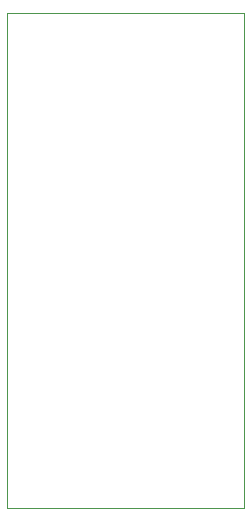
<source format=gbr>
G04 #@! TF.FileFunction,Profile,NP*
%FSLAX46Y46*%
G04 Gerber Fmt 4.6, Leading zero omitted, Abs format (unit mm)*
G04 Created by KiCad (PCBNEW 0.201508241000+6117~28~ubuntu14.04.1-product) date Sun 30 Aug 2015 03:15:56 PM PDT*
%MOMM*%
G01*
G04 APERTURE LIST*
%ADD10C,0.100000*%
G04 APERTURE END LIST*
D10*
X140716000Y-105918000D02*
X143256000Y-105918000D01*
X140716000Y-64008000D02*
X140716000Y-105918000D01*
X160782000Y-64008000D02*
X140716000Y-64008000D01*
X160782000Y-105918000D02*
X160782000Y-64008000D01*
X143256000Y-105918000D02*
X160782000Y-105918000D01*
M02*

</source>
